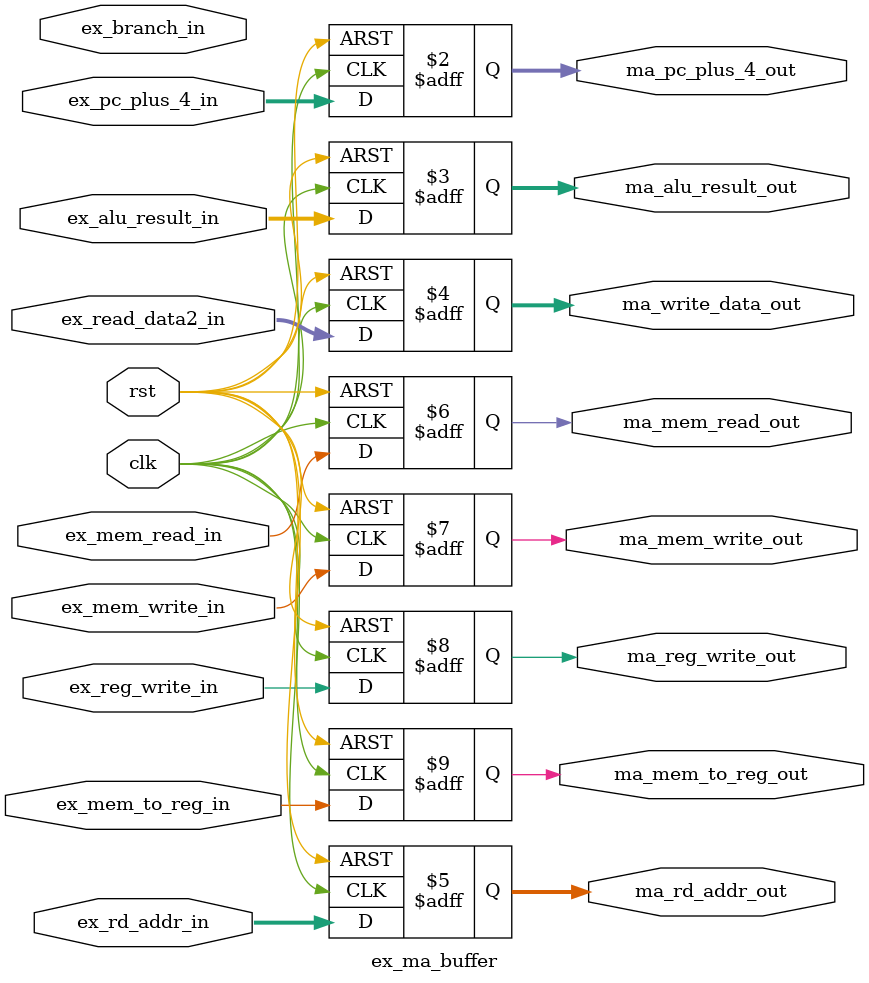
<source format=v>
`timescale 1ns / 1ps

module ex_ma_buffer (
    input  wire        clk,
    input  wire        rst,
    
    // --- Inputs from EX Stage ---
    input  wire [31:0] ex_pc_plus_4_in,
    input  wire [31:0] ex_alu_result_in,
    input  wire [31:0] ex_read_data2_in, // This is the data to be written to memory
    input  wire [4:0]  ex_rd_addr_in,
    
    // Control signals
    input  wire        ex_mem_read_in,
    input  wire        ex_mem_write_in,
    input  wire        ex_reg_write_in,
    input  wire        ex_mem_to_reg_in,
    input  wire        ex_branch_in, // This port is no longer needed here

    // --- Outputs to MEM Stage ---
    output reg  [31:0] ma_pc_plus_4_out,
    output reg  [31:0] ma_alu_result_out,
    output reg  [31:0] ma_write_data_out, // Renamed from ex_read_data2_in
    output reg  [4:0]  ma_rd_addr_out,

    // Control signals
    output reg         ma_mem_read_out,
    output reg         ma_mem_write_out,
    output reg         ma_reg_write_out,
    output reg         ma_mem_to_reg_out
    // ma_branch_out is removed as it's not needed
);

    always @(posedge clk or posedge rst) begin
        if (rst) begin
            ma_pc_plus_4_out  <= 32'b0;
            ma_alu_result_out <= 32'b0;
            ma_write_data_out <= 32'b0;
            ma_rd_addr_out    <= 5'b0;
            ma_mem_read_out   <= 1'b0;
            ma_mem_write_out  <= 1'b0;
            ma_reg_write_out  <= 1'b0;
            ma_mem_to_reg_out <= 1'b0;
        end else begin
            // Normal operation
            ma_pc_plus_4_out  <= ex_pc_plus_4_in;
            ma_alu_result_out <= ex_alu_result_in;
            ma_write_data_out <= ex_read_data2_in; // Pass rs2 data for SW
            ma_rd_addr_out    <= ex_rd_addr_in;
            ma_mem_read_out   <= ex_mem_read_in;
            ma_mem_write_out  <= ex_mem_write_in;
            ma_reg_write_out  <= ex_reg_write_in;
            ma_mem_to_reg_out <= ex_mem_to_reg_in;
        end
    end

endmodule
</source>
